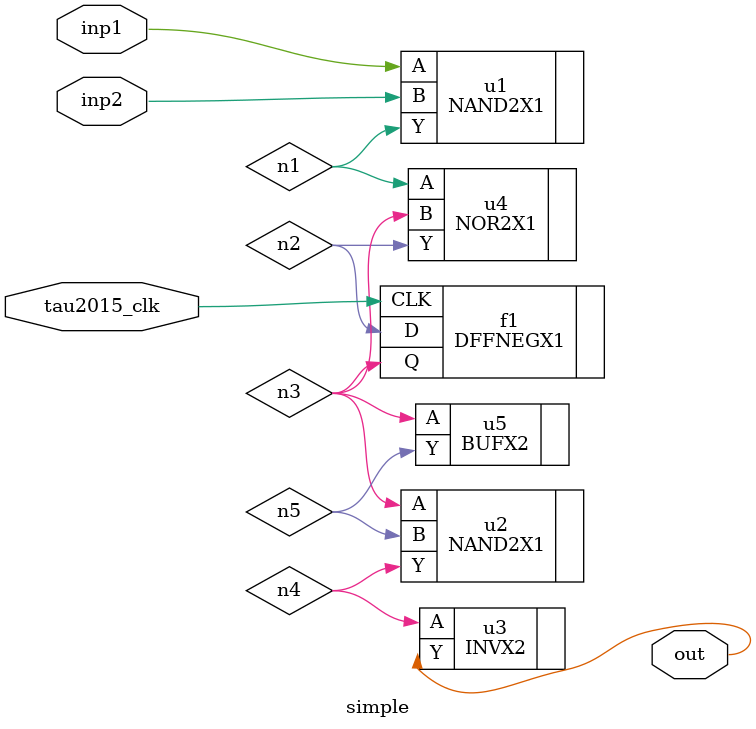
<source format=v>
module simple (
inp1,
inp2,
tau2015_clk,
out
);

// Start PIs
input inp1;
input inp2;
input tau2015_clk;

// Start POs
output out;

// Start wires
wire n1;
wire n2;
wire n3;
wire n4;

wire n5;

wire inp1;
wire inp2;
wire tau2015_clk;
wire out;

// Start cells
NAND2X1 u1 ( .A(inp1), .B(inp2), .Y(n1) );
DFFNEGX1 f1 ( .D(n2), .CLK(tau2015_clk), .Q(n3) );

BUFX2 u5 ( .A(n3), .Y(n5));

NAND2X1 u2 ( .A(n3), .B(n5), .Y(n4) );
INVX2 u3 ( .A(n4), .Y(out) );
NOR2X1 u4 ( .A(n1), .B(n3), .Y(n2) );

endmodule

</source>
